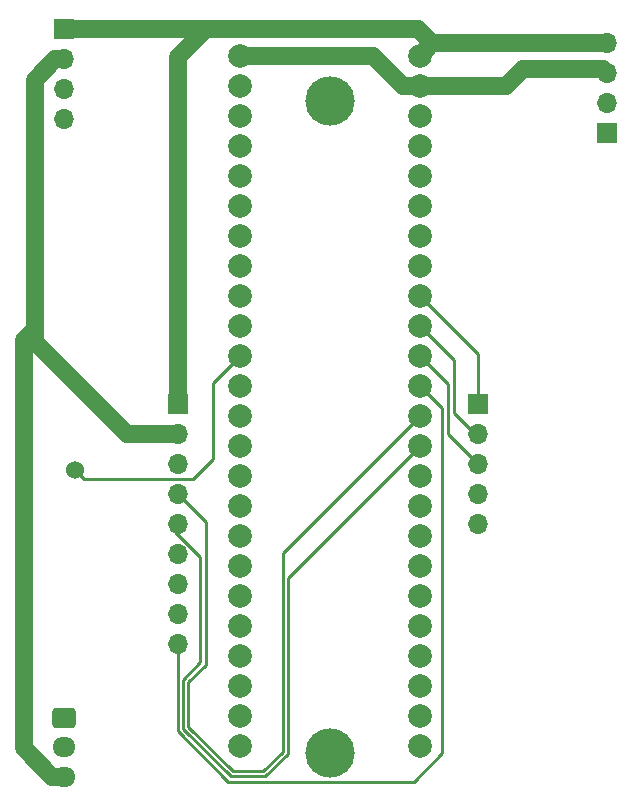
<source format=gbr>
%TF.GenerationSoftware,KiCad,Pcbnew,7.0.7*%
%TF.CreationDate,2024-05-20T18:34:11-04:00*%
%TF.ProjectId,LVPD-board_v2,4c565044-2d62-46f6-9172-645f76322e6b,rev?*%
%TF.SameCoordinates,Original*%
%TF.FileFunction,Copper,L1,Top*%
%TF.FilePolarity,Positive*%
%FSLAX46Y46*%
G04 Gerber Fmt 4.6, Leading zero omitted, Abs format (unit mm)*
G04 Created by KiCad (PCBNEW 7.0.7) date 2024-05-20 18:34:11*
%MOMM*%
%LPD*%
G01*
G04 APERTURE LIST*
G04 Aperture macros list*
%AMRoundRect*
0 Rectangle with rounded corners*
0 $1 Rounding radius*
0 $2 $3 $4 $5 $6 $7 $8 $9 X,Y pos of 4 corners*
0 Add a 4 corners polygon primitive as box body*
4,1,4,$2,$3,$4,$5,$6,$7,$8,$9,$2,$3,0*
0 Add four circle primitives for the rounded corners*
1,1,$1+$1,$2,$3*
1,1,$1+$1,$4,$5*
1,1,$1+$1,$6,$7*
1,1,$1+$1,$8,$9*
0 Add four rect primitives between the rounded corners*
20,1,$1+$1,$2,$3,$4,$5,0*
20,1,$1+$1,$4,$5,$6,$7,0*
20,1,$1+$1,$6,$7,$8,$9,0*
20,1,$1+$1,$8,$9,$2,$3,0*%
G04 Aperture macros list end*
%TA.AperFunction,ComponentPad*%
%ADD10R,1.700000X1.700000*%
%TD*%
%TA.AperFunction,ComponentPad*%
%ADD11O,1.700000X1.700000*%
%TD*%
%TA.AperFunction,ComponentPad*%
%ADD12RoundRect,0.250000X-0.725000X0.600000X-0.725000X-0.600000X0.725000X-0.600000X0.725000X0.600000X0*%
%TD*%
%TA.AperFunction,ComponentPad*%
%ADD13O,1.950000X1.700000*%
%TD*%
%TA.AperFunction,ComponentPad*%
%ADD14C,1.524000*%
%TD*%
%TA.AperFunction,ComponentPad*%
%ADD15C,2.000000*%
%TD*%
%TA.AperFunction,WasherPad*%
%ADD16C,4.170000*%
%TD*%
%TA.AperFunction,Conductor*%
%ADD17C,1.500000*%
%TD*%
%TA.AperFunction,Conductor*%
%ADD18C,0.250000*%
%TD*%
G04 APERTURE END LIST*
D10*
%TO.P,J4,1,Pin_1*%
%TO.N,/VCC*%
X115625000Y-90950000D03*
D11*
%TO.P,J4,2,Pin_2*%
%TO.N,GND*%
X115625000Y-93490000D03*
%TO.P,J4,3,Pin_3*%
%TO.N,unconnected-(J4-Pin_3-Pad3)*%
X115625000Y-96030000D03*
%TO.P,J4,4,Pin_4*%
%TO.N,/INT*%
X115625000Y-98570000D03*
%TO.P,J4,5,Pin_5*%
%TO.N,/SCK*%
X115625000Y-101110000D03*
%TO.P,J4,6,Pin_6*%
%TO.N,/MISO*%
X115625000Y-103650000D03*
%TO.P,J4,7,Pin_7*%
%TO.N,/MOSI*%
X115625000Y-106190000D03*
%TO.P,J4,8,Pin_8*%
%TO.N,/CS*%
X115625000Y-108730000D03*
%TO.P,J4,9,Pin_9*%
%TO.N,/RST*%
X115625000Y-111270000D03*
%TD*%
D10*
%TO.P,J1,1,Pin_1*%
%TO.N,/EN*%
X152000000Y-68000000D03*
D11*
%TO.P,J1,2,Pin_2*%
%TO.N,/VBAT*%
X152000000Y-65460000D03*
%TO.P,J1,3,Pin_3*%
%TO.N,GND*%
X152000000Y-62920000D03*
%TO.P,J1,4,Pin_4*%
%TO.N,/VCC*%
X152000000Y-60380000D03*
%TD*%
D12*
%TO.P,J2,1,Pin_1*%
%TO.N,/VSIG*%
X106025000Y-117500000D03*
D13*
%TO.P,J2,2,Pin_2*%
%TO.N,/EN*%
X106025000Y-120000000D03*
%TO.P,J2,3,Pin_3*%
%TO.N,GND*%
X106025000Y-122500000D03*
%TD*%
D14*
%TO.P,BZ1,1,-*%
%TO.N,Net-(BZ1--)*%
X106900000Y-96550000D03*
%TO.P,BZ1,2,+*%
%TO.N,GND*%
X106900000Y-89050000D03*
%TD*%
D10*
%TO.P,J3,1,Pin_1*%
%TO.N,/VCC*%
X106000000Y-59200000D03*
D11*
%TO.P,J3,2,Pin_2*%
%TO.N,GND*%
X106000000Y-61740000D03*
%TO.P,J3,3,Pin_3*%
%TO.N,Net-(J3-Pin_3)*%
X106000000Y-64280000D03*
%TO.P,J3,4,Pin_4*%
%TO.N,/VSIG*%
X106000000Y-66820000D03*
%TD*%
D15*
%TO.P,Teensy4.1,0,GND*%
%TO.N,GND*%
X120880000Y-61440000D03*
%TO.P,Teensy4.1,1,RX1*%
%TO.N,Net-(J3-Pin_3)*%
X120880000Y-63980000D03*
%TO.P,Teensy4.1,2,TX1*%
%TO.N,unconnected-(Teensy4.1-TX1-Pad2)*%
X120880000Y-66520000D03*
%TO.P,Teensy4.1,3,PWM*%
%TO.N,unconnected-(Teensy4.1-PWM-Pad3)*%
X120880000Y-69060000D03*
%TO.P,Teensy4.1,4,PWM*%
%TO.N,unconnected-(Teensy4.1-PWM-Pad4)*%
X120880000Y-71600000D03*
%TO.P,Teensy4.1,5,PWM*%
%TO.N,unconnected-(Teensy4.1-PWM-Pad5)*%
X120880000Y-74140000D03*
%TO.P,Teensy4.1,6,PWM*%
%TO.N,unconnected-(Teensy4.1-PWM-Pad6)*%
X120880000Y-76680000D03*
%TO.P,Teensy4.1,7,PWM*%
%TO.N,unconnected-(Teensy4.1-PWM-Pad7)*%
X120880000Y-79220000D03*
%TO.P,Teensy4.1,8,RX2*%
%TO.N,unconnected-(Teensy4.1-RX2-Pad8)*%
X120880000Y-81760000D03*
%TO.P,Teensy4.1,9,TX2*%
%TO.N,unconnected-(Teensy4.1-TX2-Pad9)*%
X120880000Y-84300000D03*
%TO.P,Teensy4.1,10,PWM*%
%TO.N,Net-(BZ1--)*%
X120880000Y-86840000D03*
%TO.P,Teensy4.1,11,CS*%
%TO.N,/CS*%
X120880000Y-89380000D03*
%TO.P,Teensy4.1,12,MOSI*%
%TO.N,/MOSI*%
X120880000Y-91920000D03*
%TO.P,Teensy4.1,13,MISO*%
%TO.N,/MISO*%
X120880000Y-94460000D03*
%TO.P,Teensy4.1,14,3.3V*%
%TO.N,unconnected-(Teensy4.1-3.3V-Pad14)*%
X120880000Y-97000000D03*
%TO.P,Teensy4.1,15,SCL2*%
%TO.N,unconnected-(Teensy4.1-SCL2-Pad15)*%
X120880000Y-99540000D03*
%TO.P,Teensy4.1,16,SDA2*%
%TO.N,unconnected-(Teensy4.1-SDA2-Pad16)*%
X120880000Y-102080000D03*
%TO.P,Teensy4.1,17,MOSI1*%
%TO.N,unconnected-(Teensy4.1-MOSI1-Pad17)*%
X120880000Y-104620000D03*
%TO.P,Teensy4.1,18,SCK1*%
%TO.N,unconnected-(Teensy4.1-SCK1-Pad18)*%
X120880000Y-107160000D03*
%TO.P,Teensy4.1,19,RX7*%
%TO.N,unconnected-(Teensy4.1-RX7-Pad19)*%
X120880000Y-109700000D03*
%TO.P,Teensy4.1,20,TX7*%
%TO.N,unconnected-(Teensy4.1-TX7-Pad20)*%
X120880000Y-112240000D03*
%TO.P,Teensy4.1,21,GPIO*%
%TO.N,unconnected-(Teensy4.1-GPIO-Pad21)*%
X120880000Y-114780000D03*
%TO.P,Teensy4.1,22,GPIO*%
%TO.N,unconnected-(Teensy4.1-GPIO-Pad22)*%
X120880000Y-117320000D03*
%TO.P,Teensy4.1,23,GPIO*%
%TO.N,unconnected-(Teensy4.1-GPIO-Pad23)*%
X120880000Y-119860000D03*
%TO.P,Teensy4.1,24,PWM*%
%TO.N,unconnected-(Teensy4.1-PWM-Pad24)*%
X136120000Y-119860000D03*
%TO.P,Teensy4.1,25,RX8*%
%TO.N,unconnected-(Teensy4.1-RX8-Pad25)*%
X136120000Y-117320000D03*
%TO.P,Teensy4.1,26,TX8*%
%TO.N,unconnected-(Teensy4.1-TX8-Pad26)*%
X136120000Y-114780000D03*
%TO.P,Teensy4.1,27,PWM*%
%TO.N,unconnected-(Teensy4.1-PWM-Pad27)*%
X136120000Y-112240000D03*
%TO.P,Teensy4.1,28,PWM*%
%TO.N,unconnected-(Teensy4.1-PWM-Pad28)*%
X136120000Y-109700000D03*
%TO.P,Teensy4.1,29,CS1*%
%TO.N,unconnected-(Teensy4.1-CS1-Pad29)*%
X136120000Y-107160000D03*
%TO.P,Teensy4.1,30,MISO*%
%TO.N,unconnected-(Teensy4.1-MISO-Pad30)*%
X136120000Y-104620000D03*
%TO.P,Teensy4.1,31,A16*%
%TO.N,unconnected-(Teensy4.1-A16-Pad31)*%
X136120000Y-102080000D03*
%TO.P,Teensy4.1,32,A17*%
%TO.N,unconnected-(Teensy4.1-A17-Pad32)*%
X136120000Y-99540000D03*
%TO.P,Teensy4.1,33,GND*%
%TO.N,unconnected-(Teensy4.1-GND-Pad33)*%
X136120000Y-97000000D03*
%TO.P,Teensy4.1,34,SCK*%
%TO.N,/SCK*%
X136120000Y-94460000D03*
%TO.P,Teensy4.1,35,A0*%
%TO.N,/INT*%
X136120000Y-91920000D03*
%TO.P,Teensy4.1,36,A1*%
%TO.N,/RST*%
X136120000Y-89380000D03*
%TO.P,Teensy4.1,37,A2*%
%TO.N,/FULL*%
X136120000Y-86840000D03*
%TO.P,Teensy4.1,38,A3*%
%TO.N,/NEPT*%
X136120000Y-84300000D03*
%TO.P,Teensy4.1,39,SDA*%
%TO.N,/LVL*%
X136120000Y-81760000D03*
%TO.P,Teensy4.1,40,SCL*%
%TO.N,unconnected-(Teensy4.1-SCL-Pad40)*%
X136120000Y-79220000D03*
%TO.P,Teensy4.1,41,TX5*%
%TO.N,unconnected-(Teensy4.1-TX5-Pad41)*%
X136120000Y-76680000D03*
%TO.P,Teensy4.1,42,RX5*%
%TO.N,unconnected-(Teensy4.1-RX5-Pad42)*%
X136120000Y-74140000D03*
%TO.P,Teensy4.1,43,PWM*%
%TO.N,unconnected-(Teensy4.1-PWM-Pad43)*%
X136120000Y-71600000D03*
%TO.P,Teensy4.1,44,PWM*%
%TO.N,unconnected-(Teensy4.1-PWM-Pad44)*%
X136120000Y-69060000D03*
%TO.P,Teensy4.1,45,3.3V*%
%TO.N,unconnected-(Teensy4.1-3.3V-Pad45)*%
X136120000Y-66520000D03*
%TO.P,Teensy4.1,46,GND*%
%TO.N,GND*%
X136120000Y-63980000D03*
%TO.P,Teensy4.1,47,Vin*%
%TO.N,/VCC*%
X136120000Y-61440000D03*
%TD*%
D10*
%TO.P,J5,1,Pin_1*%
%TO.N,/LVL*%
X141025000Y-90950000D03*
D11*
%TO.P,J5,2,Pin_2*%
%TO.N,/NEPT*%
X141025000Y-93490000D03*
%TO.P,J5,3,Pin_3*%
%TO.N,/FULL*%
X141025000Y-96030000D03*
%TO.P,J5,4,Pin_4*%
%TO.N,unconnected-(J5-Pin_4-Pad4)*%
X141025000Y-98570000D03*
%TO.P,J5,5,Pin_5*%
%TO.N,unconnected-(J5-Pin_5-Pad5)*%
X141025000Y-101110000D03*
%TD*%
D16*
%TO.P,BAT1,*%
%TO.N,*%
X128505000Y-65300000D03*
X128505000Y-120500000D03*
%TD*%
D17*
%TO.N,GND*%
X102600000Y-120100000D02*
X105000000Y-122500000D01*
X105000000Y-122500000D02*
X106025000Y-122500000D01*
X102600000Y-85500000D02*
X102600000Y-120100000D01*
X103500000Y-84600000D02*
X102600000Y-85500000D01*
X106900000Y-89050000D02*
X111340000Y-93490000D01*
X151655000Y-62575000D02*
X144881268Y-62575000D01*
X103500000Y-63500000D02*
X103500000Y-84600000D01*
X152000000Y-62920000D02*
X151655000Y-62575000D01*
X111340000Y-93490000D02*
X115625000Y-93490000D01*
X103500000Y-85650000D02*
X106900000Y-89050000D01*
X144881268Y-62575000D02*
X143456268Y-64000000D01*
X134705787Y-63980000D02*
X132165787Y-61440000D01*
X136140000Y-64000000D02*
X136120000Y-63980000D01*
X143456268Y-64000000D02*
X136140000Y-64000000D01*
X105260000Y-61740000D02*
X103500000Y-63500000D01*
X136120000Y-63980000D02*
X134705787Y-63980000D01*
X106000000Y-61740000D02*
X105260000Y-61740000D01*
X132165787Y-61440000D02*
X120880000Y-61440000D01*
X103500000Y-84600000D02*
X103500000Y-85650000D01*
%TO.N,/VCC*%
X137180000Y-60380000D02*
X136000000Y-59200000D01*
X136000000Y-59200000D02*
X118000000Y-59200000D01*
X140500000Y-60380000D02*
X137180000Y-60380000D01*
X115625000Y-61575000D02*
X118000000Y-59200000D01*
X115625000Y-90950000D02*
X115625000Y-61575000D01*
X137180000Y-60380000D02*
X136120000Y-61440000D01*
X118000000Y-59200000D02*
X106000000Y-59200000D01*
X152000000Y-60380000D02*
X140500000Y-60380000D01*
D18*
%TO.N,/VSIG*%
X106025000Y-117500000D02*
X106000000Y-117475000D01*
%TO.N,/RST*%
X138000000Y-120500000D02*
X138000000Y-91260000D01*
X138000000Y-91260000D02*
X136120000Y-89380000D01*
X119910000Y-122910000D02*
X135590000Y-122910000D01*
X115625000Y-111270000D02*
X115625000Y-118625000D01*
X115625000Y-118625000D02*
X119910000Y-122910000D01*
X135590000Y-122910000D02*
X138000000Y-120500000D01*
%TO.N,/SCK*%
X124950000Y-105630000D02*
X136120000Y-94460000D01*
X116075000Y-118438604D02*
X120096396Y-122460000D01*
X116075000Y-114288604D02*
X116075000Y-118438604D01*
X115371701Y-101735000D02*
X117550000Y-103913299D01*
X117550000Y-112813604D02*
X116075000Y-114288604D01*
X120096396Y-122460000D02*
X123040000Y-122460000D01*
X124950000Y-120550000D02*
X124950000Y-105630000D01*
X117550000Y-103913299D02*
X117550000Y-112813604D01*
X123040000Y-122460000D02*
X124950000Y-120550000D01*
%TO.N,/INT*%
X120282792Y-122010000D02*
X122853604Y-122010000D01*
X118000000Y-100945000D02*
X118000000Y-113000000D01*
X115625000Y-98570000D02*
X118000000Y-100945000D01*
X122853604Y-122010000D02*
X124500000Y-120363604D01*
X124500000Y-120363604D02*
X124500000Y-103540000D01*
X116525000Y-114475000D02*
X116525000Y-118252208D01*
X116525000Y-118252208D02*
X120282792Y-122010000D01*
X124500000Y-103540000D02*
X136120000Y-91920000D01*
X118000000Y-113000000D02*
X116525000Y-114475000D01*
%TO.N,/FULL*%
X138500000Y-89220000D02*
X136120000Y-86840000D01*
X138500000Y-93505000D02*
X138500000Y-89220000D01*
X141025000Y-96030000D02*
X138500000Y-93505000D01*
%TO.N,/NEPT*%
X139000000Y-91732500D02*
X139000000Y-87180000D01*
X141025000Y-93490000D02*
X140757500Y-93490000D01*
X139000000Y-87180000D02*
X136120000Y-84300000D01*
X140757500Y-93490000D02*
X139000000Y-91732500D01*
%TO.N,/LVL*%
X141025000Y-86665000D02*
X136120000Y-81760000D01*
X141025000Y-90950000D02*
X141025000Y-86665000D01*
%TO.N,Net-(BZ1--)*%
X118600000Y-95600000D02*
X118600000Y-89120000D01*
X107661999Y-97311999D02*
X116888001Y-97311999D01*
X106900000Y-96550000D02*
X107661999Y-97311999D01*
X116888001Y-97311999D02*
X118600000Y-95600000D01*
X118600000Y-89120000D02*
X120880000Y-86840000D01*
%TD*%
M02*

</source>
